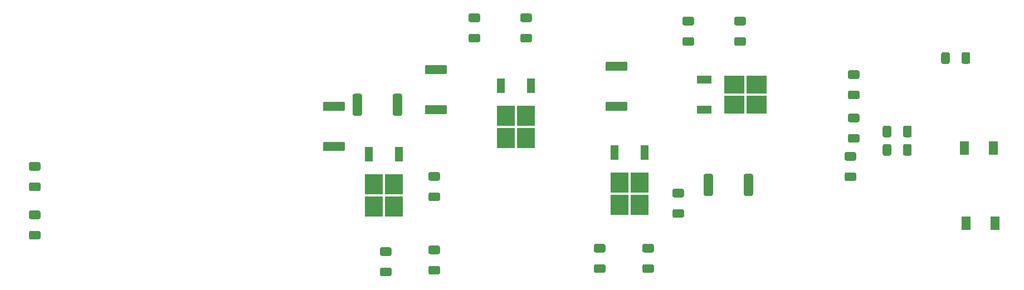
<source format=gbr>
%TF.GenerationSoftware,KiCad,Pcbnew,(5.1.10)-1*%
%TF.CreationDate,2021-11-20T18:22:11+01:00*%
%TF.ProjectId,MRAMP00_PowerSupply,4d52414d-5030-4305-9f50-6f7765725375,rev?*%
%TF.SameCoordinates,Original*%
%TF.FileFunction,Paste,Bot*%
%TF.FilePolarity,Positive*%
%FSLAX46Y46*%
G04 Gerber Fmt 4.6, Leading zero omitted, Abs format (unit mm)*
G04 Created by KiCad (PCBNEW (5.1.10)-1) date 2021-11-20 18:22:11*
%MOMM*%
%LPD*%
G01*
G04 APERTURE LIST*
%ADD10R,1.400000X2.100000*%
%ADD11R,2.750000X3.050000*%
%ADD12R,1.200000X2.200000*%
%ADD13R,3.050000X2.750000*%
%ADD14R,2.200000X1.200000*%
G04 APERTURE END LIST*
D10*
%TO.C,D2*%
X-490996000Y2590000D03*
X-486596000Y2590000D03*
%TD*%
%TO.C,D1*%
X-486850000Y14020000D03*
X-491250000Y14020000D03*
%TD*%
%TO.C,R31*%
G36*
G01*
X-508725001Y22772000D02*
X-507474999Y22772000D01*
G75*
G02*
X-507225000Y22522001I0J-249999D01*
G01*
X-507225000Y21721999D01*
G75*
G02*
X-507474999Y21472000I-249999J0D01*
G01*
X-508725001Y21472000D01*
G75*
G02*
X-508975000Y21721999I0J249999D01*
G01*
X-508975000Y22522001D01*
G75*
G02*
X-508725001Y22772000I249999J0D01*
G01*
G37*
G36*
G01*
X-508725001Y25872000D02*
X-507474999Y25872000D01*
G75*
G02*
X-507225000Y25622001I0J-249999D01*
G01*
X-507225000Y24821999D01*
G75*
G02*
X-507474999Y24572000I-249999J0D01*
G01*
X-508725001Y24572000D01*
G75*
G02*
X-508975000Y24821999I0J249999D01*
G01*
X-508975000Y25622001D01*
G75*
G02*
X-508725001Y25872000I249999J0D01*
G01*
G37*
%TD*%
%TO.C,R29*%
G36*
G01*
X-508725001Y16168000D02*
X-507474999Y16168000D01*
G75*
G02*
X-507225000Y15918001I0J-249999D01*
G01*
X-507225000Y15117999D01*
G75*
G02*
X-507474999Y14868000I-249999J0D01*
G01*
X-508725001Y14868000D01*
G75*
G02*
X-508975000Y15117999I0J249999D01*
G01*
X-508975000Y15918001D01*
G75*
G02*
X-508725001Y16168000I249999J0D01*
G01*
G37*
G36*
G01*
X-508725001Y19268000D02*
X-507474999Y19268000D01*
G75*
G02*
X-507225000Y19018001I0J-249999D01*
G01*
X-507225000Y18217999D01*
G75*
G02*
X-507474999Y17968000I-249999J0D01*
G01*
X-508725001Y17968000D01*
G75*
G02*
X-508975000Y18217999I0J249999D01*
G01*
X-508975000Y19018001D01*
G75*
G02*
X-508725001Y19268000I249999J0D01*
G01*
G37*
%TD*%
%TO.C,R28*%
G36*
G01*
X-507982999Y12126000D02*
X-509233001Y12126000D01*
G75*
G02*
X-509483000Y12375999I0J249999D01*
G01*
X-509483000Y13176001D01*
G75*
G02*
X-509233001Y13426000I249999J0D01*
G01*
X-507982999Y13426000D01*
G75*
G02*
X-507733000Y13176001I0J-249999D01*
G01*
X-507733000Y12375999D01*
G75*
G02*
X-507982999Y12126000I-249999J0D01*
G01*
G37*
G36*
G01*
X-507982999Y9026000D02*
X-509233001Y9026000D01*
G75*
G02*
X-509483000Y9275999I0J249999D01*
G01*
X-509483000Y10076001D01*
G75*
G02*
X-509233001Y10326000I249999J0D01*
G01*
X-507982999Y10326000D01*
G75*
G02*
X-507733000Y10076001I0J-249999D01*
G01*
X-507733000Y9275999D01*
G75*
G02*
X-507982999Y9026000I-249999J0D01*
G01*
G37*
%TD*%
%TO.C,R27*%
G36*
G01*
X-588519001Y14972000D02*
X-585668999Y14972000D01*
G75*
G02*
X-585419000Y14722001I0J-249999D01*
G01*
X-585419000Y13821999D01*
G75*
G02*
X-585668999Y13572000I-249999J0D01*
G01*
X-588519001Y13572000D01*
G75*
G02*
X-588769000Y13821999I0J249999D01*
G01*
X-588769000Y14722001D01*
G75*
G02*
X-588519001Y14972000I249999J0D01*
G01*
G37*
G36*
G01*
X-588519001Y21072000D02*
X-585668999Y21072000D01*
G75*
G02*
X-585419000Y20822001I0J-249999D01*
G01*
X-585419000Y19921999D01*
G75*
G02*
X-585668999Y19672000I-249999J0D01*
G01*
X-588519001Y19672000D01*
G75*
G02*
X-588769000Y19921999I0J249999D01*
G01*
X-588769000Y20822001D01*
G75*
G02*
X-588519001Y21072000I249999J0D01*
G01*
G37*
%TD*%
%TO.C,R25*%
G36*
G01*
X-571228999Y9078000D02*
X-572479001Y9078000D01*
G75*
G02*
X-572729000Y9327999I0J249999D01*
G01*
X-572729000Y10128001D01*
G75*
G02*
X-572479001Y10378000I249999J0D01*
G01*
X-571228999Y10378000D01*
G75*
G02*
X-570979000Y10128001I0J-249999D01*
G01*
X-570979000Y9327999D01*
G75*
G02*
X-571228999Y9078000I-249999J0D01*
G01*
G37*
G36*
G01*
X-571228999Y5978000D02*
X-572479001Y5978000D01*
G75*
G02*
X-572729000Y6227999I0J249999D01*
G01*
X-572729000Y7028001D01*
G75*
G02*
X-572479001Y7278000I249999J0D01*
G01*
X-571228999Y7278000D01*
G75*
G02*
X-570979000Y7028001I0J-249999D01*
G01*
X-570979000Y6227999D01*
G75*
G02*
X-571228999Y5978000I-249999J0D01*
G01*
G37*
%TD*%
%TO.C,R24*%
G36*
G01*
X-534144999Y6538000D02*
X-535395001Y6538000D01*
G75*
G02*
X-535645000Y6787999I0J249999D01*
G01*
X-535645000Y7588001D01*
G75*
G02*
X-535395001Y7838000I249999J0D01*
G01*
X-534144999Y7838000D01*
G75*
G02*
X-533895000Y7588001I0J-249999D01*
G01*
X-533895000Y6787999D01*
G75*
G02*
X-534144999Y6538000I-249999J0D01*
G01*
G37*
G36*
G01*
X-534144999Y3438000D02*
X-535395001Y3438000D01*
G75*
G02*
X-535645000Y3687999I0J249999D01*
G01*
X-535645000Y4488001D01*
G75*
G02*
X-535395001Y4738000I249999J0D01*
G01*
X-534144999Y4738000D01*
G75*
G02*
X-533895000Y4488001I0J-249999D01*
G01*
X-533895000Y3687999D01*
G75*
G02*
X-534144999Y3438000I-249999J0D01*
G01*
G37*
%TD*%
%TO.C,R23*%
G36*
G01*
X-578140000Y19198999D02*
X-578140000Y22049001D01*
G75*
G02*
X-577890001Y22299000I249999J0D01*
G01*
X-576989999Y22299000D01*
G75*
G02*
X-576740000Y22049001I0J-249999D01*
G01*
X-576740000Y19198999D01*
G75*
G02*
X-576989999Y18949000I-249999J0D01*
G01*
X-577890001Y18949000D01*
G75*
G02*
X-578140000Y19198999I0J249999D01*
G01*
G37*
G36*
G01*
X-584240000Y19198999D02*
X-584240000Y22049001D01*
G75*
G02*
X-583990001Y22299000I249999J0D01*
G01*
X-583089999Y22299000D01*
G75*
G02*
X-582840000Y22049001I0J-249999D01*
G01*
X-582840000Y19198999D01*
G75*
G02*
X-583089999Y18949000I-249999J0D01*
G01*
X-583990001Y18949000D01*
G75*
G02*
X-584240000Y19198999I0J249999D01*
G01*
G37*
%TD*%
%TO.C,R22*%
G36*
G01*
X-542742999Y25768000D02*
X-545593001Y25768000D01*
G75*
G02*
X-545843000Y26017999I0J249999D01*
G01*
X-545843000Y26918001D01*
G75*
G02*
X-545593001Y27168000I249999J0D01*
G01*
X-542742999Y27168000D01*
G75*
G02*
X-542493000Y26918001I0J-249999D01*
G01*
X-542493000Y26017999D01*
G75*
G02*
X-542742999Y25768000I-249999J0D01*
G01*
G37*
G36*
G01*
X-542742999Y19668000D02*
X-545593001Y19668000D01*
G75*
G02*
X-545843000Y19917999I0J249999D01*
G01*
X-545843000Y20818001D01*
G75*
G02*
X-545593001Y21068000I249999J0D01*
G01*
X-542742999Y21068000D01*
G75*
G02*
X-542493000Y20818001I0J-249999D01*
G01*
X-542493000Y19917999D01*
G75*
G02*
X-542742999Y19668000I-249999J0D01*
G01*
G37*
%TD*%
%TO.C,R21*%
G36*
G01*
X-491706000Y27110999D02*
X-491706000Y28361001D01*
G75*
G02*
X-491456001Y28611000I249999J0D01*
G01*
X-490655999Y28611000D01*
G75*
G02*
X-490406000Y28361001I0J-249999D01*
G01*
X-490406000Y27110999D01*
G75*
G02*
X-490655999Y26861000I-249999J0D01*
G01*
X-491456001Y26861000D01*
G75*
G02*
X-491706000Y27110999I0J249999D01*
G01*
G37*
G36*
G01*
X-494806000Y27110999D02*
X-494806000Y28361001D01*
G75*
G02*
X-494556001Y28611000I249999J0D01*
G01*
X-493755999Y28611000D01*
G75*
G02*
X-493506000Y28361001I0J-249999D01*
G01*
X-493506000Y27110999D01*
G75*
G02*
X-493755999Y26861000I-249999J0D01*
G01*
X-494556001Y26861000D01*
G75*
G02*
X-494806000Y27110999I0J249999D01*
G01*
G37*
%TD*%
%TO.C,R19*%
G36*
G01*
X-500596000Y15934999D02*
X-500596000Y17185001D01*
G75*
G02*
X-500346001Y17435000I249999J0D01*
G01*
X-499545999Y17435000D01*
G75*
G02*
X-499296000Y17185001I0J-249999D01*
G01*
X-499296000Y15934999D01*
G75*
G02*
X-499545999Y15685000I-249999J0D01*
G01*
X-500346001Y15685000D01*
G75*
G02*
X-500596000Y15934999I0J249999D01*
G01*
G37*
G36*
G01*
X-503696000Y15934999D02*
X-503696000Y17185001D01*
G75*
G02*
X-503446001Y17435000I249999J0D01*
G01*
X-502645999Y17435000D01*
G75*
G02*
X-502396000Y17185001I0J-249999D01*
G01*
X-502396000Y15934999D01*
G75*
G02*
X-502645999Y15685000I-249999J0D01*
G01*
X-503446001Y15685000D01*
G75*
G02*
X-503696000Y15934999I0J249999D01*
G01*
G37*
%TD*%
%TO.C,R18*%
G36*
G01*
X-529500000Y9857001D02*
X-529500000Y7006999D01*
G75*
G02*
X-529749999Y6757000I-249999J0D01*
G01*
X-530650001Y6757000D01*
G75*
G02*
X-530900000Y7006999I0J249999D01*
G01*
X-530900000Y9857001D01*
G75*
G02*
X-530650001Y10107000I249999J0D01*
G01*
X-529749999Y10107000D01*
G75*
G02*
X-529500000Y9857001I0J-249999D01*
G01*
G37*
G36*
G01*
X-523400000Y9857001D02*
X-523400000Y7006999D01*
G75*
G02*
X-523649999Y6757000I-249999J0D01*
G01*
X-524550001Y6757000D01*
G75*
G02*
X-524800000Y7006999I0J249999D01*
G01*
X-524800000Y9857001D01*
G75*
G02*
X-524550001Y10107000I249999J0D01*
G01*
X-523649999Y10107000D01*
G75*
G02*
X-523400000Y9857001I0J-249999D01*
G01*
G37*
%TD*%
%TO.C,R16*%
G36*
G01*
X-500596000Y13140999D02*
X-500596000Y14391001D01*
G75*
G02*
X-500346001Y14641000I249999J0D01*
G01*
X-499545999Y14641000D01*
G75*
G02*
X-499296000Y14391001I0J-249999D01*
G01*
X-499296000Y13140999D01*
G75*
G02*
X-499545999Y12891000I-249999J0D01*
G01*
X-500346001Y12891000D01*
G75*
G02*
X-500596000Y13140999I0J249999D01*
G01*
G37*
G36*
G01*
X-503696000Y13140999D02*
X-503696000Y14391001D01*
G75*
G02*
X-503446001Y14641000I249999J0D01*
G01*
X-502645999Y14641000D01*
G75*
G02*
X-502396000Y14391001I0J-249999D01*
G01*
X-502396000Y13140999D01*
G75*
G02*
X-502645999Y12891000I-249999J0D01*
G01*
X-503446001Y12891000D01*
G75*
G02*
X-503696000Y13140999I0J249999D01*
G01*
G37*
%TD*%
%TO.C,R11*%
G36*
G01*
X-573025001Y20560000D02*
X-570174999Y20560000D01*
G75*
G02*
X-569925000Y20310001I0J-249999D01*
G01*
X-569925000Y19409999D01*
G75*
G02*
X-570174999Y19160000I-249999J0D01*
G01*
X-573025001Y19160000D01*
G75*
G02*
X-573275000Y19409999I0J249999D01*
G01*
X-573275000Y20310001D01*
G75*
G02*
X-573025001Y20560000I249999J0D01*
G01*
G37*
G36*
G01*
X-573025001Y26660000D02*
X-570174999Y26660000D01*
G75*
G02*
X-569925000Y26410001I0J-249999D01*
G01*
X-569925000Y25509999D01*
G75*
G02*
X-570174999Y25260000I-249999J0D01*
G01*
X-573025001Y25260000D01*
G75*
G02*
X-573275000Y25509999I0J249999D01*
G01*
X-573275000Y26410001D01*
G75*
G02*
X-573025001Y26660000I249999J0D01*
G01*
G37*
%TD*%
%TO.C,R10*%
G36*
G01*
X-572479001Y-3898000D02*
X-571228999Y-3898000D01*
G75*
G02*
X-570979000Y-4147999I0J-249999D01*
G01*
X-570979000Y-4948001D01*
G75*
G02*
X-571228999Y-5198000I-249999J0D01*
G01*
X-572479001Y-5198000D01*
G75*
G02*
X-572729000Y-4948001I0J249999D01*
G01*
X-572729000Y-4147999D01*
G75*
G02*
X-572479001Y-3898000I249999J0D01*
G01*
G37*
G36*
G01*
X-572479001Y-798000D02*
X-571228999Y-798000D01*
G75*
G02*
X-570979000Y-1047999I0J-249999D01*
G01*
X-570979000Y-1848001D01*
G75*
G02*
X-571228999Y-2098000I-249999J0D01*
G01*
X-572479001Y-2098000D01*
G75*
G02*
X-572729000Y-1848001I0J249999D01*
G01*
X-572729000Y-1047999D01*
G75*
G02*
X-572479001Y-798000I249999J0D01*
G01*
G37*
%TD*%
%TO.C,R9*%
G36*
G01*
X-578594999Y-2352000D02*
X-579845001Y-2352000D01*
G75*
G02*
X-580095000Y-2102001I0J249999D01*
G01*
X-580095000Y-1301999D01*
G75*
G02*
X-579845001Y-1052000I249999J0D01*
G01*
X-578594999Y-1052000D01*
G75*
G02*
X-578345000Y-1301999I0J-249999D01*
G01*
X-578345000Y-2102001D01*
G75*
G02*
X-578594999Y-2352000I-249999J0D01*
G01*
G37*
G36*
G01*
X-578594999Y-5452000D02*
X-579845001Y-5452000D01*
G75*
G02*
X-580095000Y-5202001I0J249999D01*
G01*
X-580095000Y-4401999D01*
G75*
G02*
X-579845001Y-4152000I249999J0D01*
G01*
X-578594999Y-4152000D01*
G75*
G02*
X-578345000Y-4401999I0J-249999D01*
G01*
X-578345000Y-5202001D01*
G75*
G02*
X-578594999Y-5452000I-249999J0D01*
G01*
G37*
%TD*%
%TO.C,R8*%
G36*
G01*
X-539967001Y-544000D02*
X-538716999Y-544000D01*
G75*
G02*
X-538467000Y-793999I0J-249999D01*
G01*
X-538467000Y-1594001D01*
G75*
G02*
X-538716999Y-1844000I-249999J0D01*
G01*
X-539967001Y-1844000D01*
G75*
G02*
X-540217000Y-1594001I0J249999D01*
G01*
X-540217000Y-793999D01*
G75*
G02*
X-539967001Y-544000I249999J0D01*
G01*
G37*
G36*
G01*
X-539967001Y-3644000D02*
X-538716999Y-3644000D01*
G75*
G02*
X-538467000Y-3893999I0J-249999D01*
G01*
X-538467000Y-4694001D01*
G75*
G02*
X-538716999Y-4944000I-249999J0D01*
G01*
X-539967001Y-4944000D01*
G75*
G02*
X-540217000Y-4694001I0J249999D01*
G01*
X-540217000Y-3893999D01*
G75*
G02*
X-539967001Y-3644000I249999J0D01*
G01*
G37*
%TD*%
%TO.C,R7*%
G36*
G01*
X-546082999Y-1844000D02*
X-547333001Y-1844000D01*
G75*
G02*
X-547583000Y-1594001I0J249999D01*
G01*
X-547583000Y-793999D01*
G75*
G02*
X-547333001Y-544000I249999J0D01*
G01*
X-546082999Y-544000D01*
G75*
G02*
X-545833000Y-793999I0J-249999D01*
G01*
X-545833000Y-1594001D01*
G75*
G02*
X-546082999Y-1844000I-249999J0D01*
G01*
G37*
G36*
G01*
X-546082999Y-4944000D02*
X-547333001Y-4944000D01*
G75*
G02*
X-547583000Y-4694001I0J249999D01*
G01*
X-547583000Y-3893999D01*
G75*
G02*
X-547333001Y-3644000I249999J0D01*
G01*
X-546082999Y-3644000D01*
G75*
G02*
X-545833000Y-3893999I0J-249999D01*
G01*
X-545833000Y-4694001D01*
G75*
G02*
X-546082999Y-4944000I-249999J0D01*
G01*
G37*
%TD*%
%TO.C,R6*%
G36*
G01*
X-633185001Y1436000D02*
X-631934999Y1436000D01*
G75*
G02*
X-631685000Y1186001I0J-249999D01*
G01*
X-631685000Y385999D01*
G75*
G02*
X-631934999Y136000I-249999J0D01*
G01*
X-633185001Y136000D01*
G75*
G02*
X-633435000Y385999I0J249999D01*
G01*
X-633435000Y1186001D01*
G75*
G02*
X-633185001Y1436000I249999J0D01*
G01*
G37*
G36*
G01*
X-633185001Y4536000D02*
X-631934999Y4536000D01*
G75*
G02*
X-631685000Y4286001I0J-249999D01*
G01*
X-631685000Y3485999D01*
G75*
G02*
X-631934999Y3236000I-249999J0D01*
G01*
X-633185001Y3236000D01*
G75*
G02*
X-633435000Y3485999I0J249999D01*
G01*
X-633435000Y4286001D01*
G75*
G02*
X-633185001Y4536000I249999J0D01*
G01*
G37*
%TD*%
%TO.C,R5*%
G36*
G01*
X-633185001Y8802000D02*
X-631934999Y8802000D01*
G75*
G02*
X-631685000Y8552001I0J-249999D01*
G01*
X-631685000Y7751999D01*
G75*
G02*
X-631934999Y7502000I-249999J0D01*
G01*
X-633185001Y7502000D01*
G75*
G02*
X-633435000Y7751999I0J249999D01*
G01*
X-633435000Y8552001D01*
G75*
G02*
X-633185001Y8802000I249999J0D01*
G01*
G37*
G36*
G01*
X-633185001Y11902000D02*
X-631934999Y11902000D01*
G75*
G02*
X-631685000Y11652001I0J-249999D01*
G01*
X-631685000Y10851999D01*
G75*
G02*
X-631934999Y10602000I-249999J0D01*
G01*
X-633185001Y10602000D01*
G75*
G02*
X-633435000Y10851999I0J249999D01*
G01*
X-633435000Y11652001D01*
G75*
G02*
X-633185001Y11902000I249999J0D01*
G01*
G37*
%TD*%
%TO.C,R4*%
G36*
G01*
X-532620999Y32700000D02*
X-533871001Y32700000D01*
G75*
G02*
X-534121000Y32949999I0J249999D01*
G01*
X-534121000Y33750001D01*
G75*
G02*
X-533871001Y34000000I249999J0D01*
G01*
X-532620999Y34000000D01*
G75*
G02*
X-532371000Y33750001I0J-249999D01*
G01*
X-532371000Y32949999D01*
G75*
G02*
X-532620999Y32700000I-249999J0D01*
G01*
G37*
G36*
G01*
X-532620999Y29600000D02*
X-533871001Y29600000D01*
G75*
G02*
X-534121000Y29849999I0J249999D01*
G01*
X-534121000Y30650001D01*
G75*
G02*
X-533871001Y30900000I249999J0D01*
G01*
X-532620999Y30900000D01*
G75*
G02*
X-532371000Y30650001I0J-249999D01*
G01*
X-532371000Y29849999D01*
G75*
G02*
X-532620999Y29600000I-249999J0D01*
G01*
G37*
%TD*%
%TO.C,R3*%
G36*
G01*
X-525997001Y30900000D02*
X-524746999Y30900000D01*
G75*
G02*
X-524497000Y30650001I0J-249999D01*
G01*
X-524497000Y29849999D01*
G75*
G02*
X-524746999Y29600000I-249999J0D01*
G01*
X-525997001Y29600000D01*
G75*
G02*
X-526247000Y29849999I0J249999D01*
G01*
X-526247000Y30650001D01*
G75*
G02*
X-525997001Y30900000I249999J0D01*
G01*
G37*
G36*
G01*
X-525997001Y34000000D02*
X-524746999Y34000000D01*
G75*
G02*
X-524497000Y33750001I0J-249999D01*
G01*
X-524497000Y32949999D01*
G75*
G02*
X-524746999Y32700000I-249999J0D01*
G01*
X-525997001Y32700000D01*
G75*
G02*
X-526247000Y32949999I0J249999D01*
G01*
X-526247000Y33750001D01*
G75*
G02*
X-525997001Y34000000I249999J0D01*
G01*
G37*
%TD*%
%TO.C,R2*%
G36*
G01*
X-565132999Y33208000D02*
X-566383001Y33208000D01*
G75*
G02*
X-566633000Y33457999I0J249999D01*
G01*
X-566633000Y34258001D01*
G75*
G02*
X-566383001Y34508000I249999J0D01*
G01*
X-565132999Y34508000D01*
G75*
G02*
X-564883000Y34258001I0J-249999D01*
G01*
X-564883000Y33457999D01*
G75*
G02*
X-565132999Y33208000I-249999J0D01*
G01*
G37*
G36*
G01*
X-565132999Y30108000D02*
X-566383001Y30108000D01*
G75*
G02*
X-566633000Y30357999I0J249999D01*
G01*
X-566633000Y31158001D01*
G75*
G02*
X-566383001Y31408000I249999J0D01*
G01*
X-565132999Y31408000D01*
G75*
G02*
X-564883000Y31158001I0J-249999D01*
G01*
X-564883000Y30357999D01*
G75*
G02*
X-565132999Y30108000I-249999J0D01*
G01*
G37*
%TD*%
%TO.C,R1*%
G36*
G01*
X-558509001Y31408000D02*
X-557258999Y31408000D01*
G75*
G02*
X-557009000Y31158001I0J-249999D01*
G01*
X-557009000Y30357999D01*
G75*
G02*
X-557258999Y30108000I-249999J0D01*
G01*
X-558509001Y30108000D01*
G75*
G02*
X-558759000Y30357999I0J249999D01*
G01*
X-558759000Y31158001D01*
G75*
G02*
X-558509001Y31408000I249999J0D01*
G01*
G37*
G36*
G01*
X-558509001Y34508000D02*
X-557258999Y34508000D01*
G75*
G02*
X-557009000Y34258001I0J-249999D01*
G01*
X-557009000Y33457999D01*
G75*
G02*
X-557258999Y33208000I-249999J0D01*
G01*
X-558509001Y33208000D01*
G75*
G02*
X-558759000Y33457999I0J249999D01*
G01*
X-558759000Y34258001D01*
G75*
G02*
X-558509001Y34508000I249999J0D01*
G01*
G37*
%TD*%
D11*
%TO.C,U4*%
X-577949000Y8515000D03*
X-580999000Y5165000D03*
X-580999000Y8515000D03*
X-577949000Y5165000D03*
D12*
X-577194000Y13140000D03*
X-581754000Y13140000D03*
%TD*%
D11*
%TO.C,U3*%
X-540611000Y8769000D03*
X-543661000Y5419000D03*
X-543661000Y8769000D03*
X-540611000Y5419000D03*
D12*
X-539856000Y13394000D03*
X-544416000Y13394000D03*
%TD*%
D13*
%TO.C,U2*%
X-526217000Y23673000D03*
X-522867000Y20623000D03*
X-526217000Y20623000D03*
X-522867000Y23673000D03*
D14*
X-530842000Y24428000D03*
X-530842000Y19868000D03*
%TD*%
D11*
%TO.C,U1*%
X-557883000Y18929000D03*
X-560933000Y15579000D03*
X-560933000Y18929000D03*
X-557883000Y15579000D03*
D12*
X-557128000Y23554000D03*
X-561688000Y23554000D03*
%TD*%
M02*

</source>
